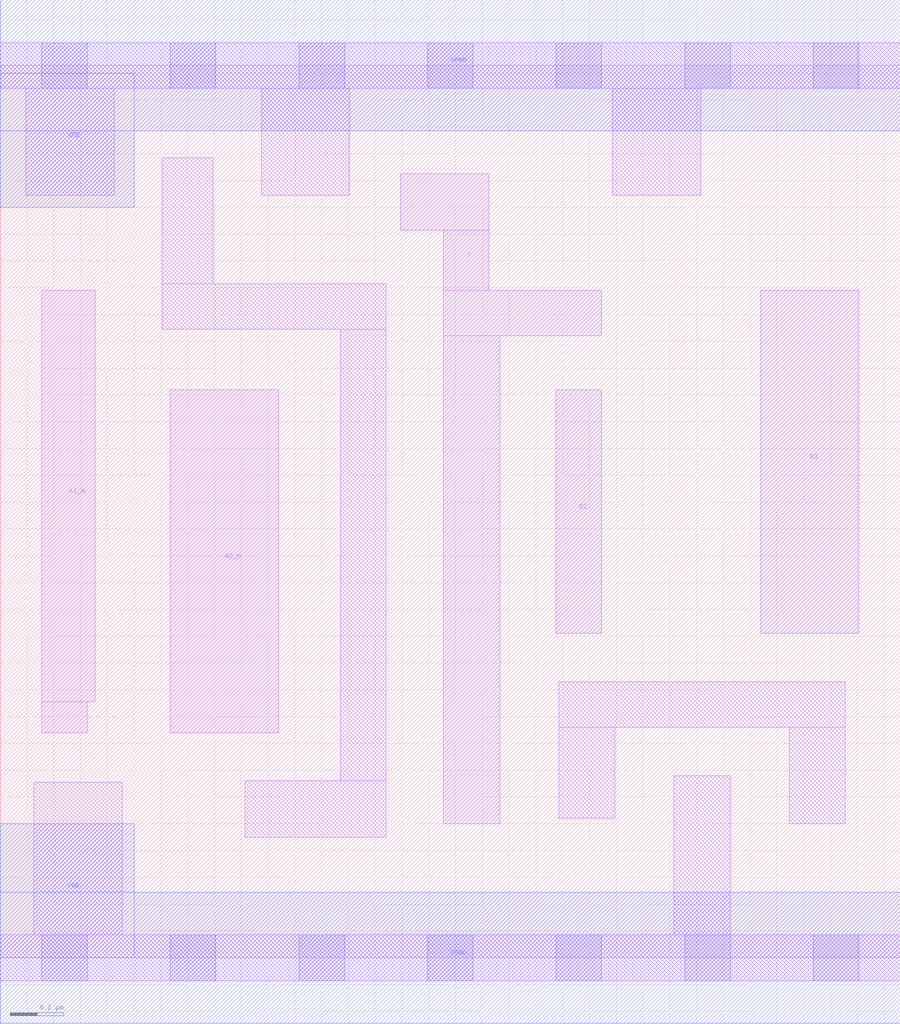
<source format=lef>
# Copyright 2020 The SkyWater PDK Authors
#
# Licensed under the Apache License, Version 2.0 (the "License");
# you may not use this file except in compliance with the License.
# You may obtain a copy of the License at
#
#     https://www.apache.org/licenses/LICENSE-2.0
#
# Unless required by applicable law or agreed to in writing, software
# distributed under the License is distributed on an "AS IS" BASIS,
# WITHOUT WARRANTIES OR CONDITIONS OF ANY KIND, either express or implied.
# See the License for the specific language governing permissions and
# limitations under the License.
#
# SPDX-License-Identifier: Apache-2.0

VERSION 5.5 ;
NAMESCASESENSITIVE ON ;
BUSBITCHARS "[]" ;
DIVIDERCHAR "/" ;
MACRO sky130_fd_sc_lp__o2bb2ai_m
  CLASS CORE ;
  SOURCE USER ;
  ORIGIN  0.000000  0.000000 ;
  SIZE  3.360000 BY  3.330000 ;
  SYMMETRY X Y R90 ;
  SITE unit ;
  PIN A1_N
    ANTENNAGATEAREA  0.126000 ;
    DIRECTION INPUT ;
    USE SIGNAL ;
    PORT
      LAYER li1 ;
        RECT 0.155000 0.840000 0.325000 0.955000 ;
        RECT 0.155000 0.955000 0.355000 2.490000 ;
    END
  END A1_N
  PIN A2_N
    ANTENNAGATEAREA  0.126000 ;
    DIRECTION INPUT ;
    USE SIGNAL ;
    PORT
      LAYER li1 ;
        RECT 0.635000 0.840000 1.040000 2.120000 ;
    END
  END A2_N
  PIN B1
    ANTENNAGATEAREA  0.126000 ;
    DIRECTION INPUT ;
    USE SIGNAL ;
    PORT
      LAYER li1 ;
        RECT 2.840000 1.210000 3.205000 2.490000 ;
    END
  END B1
  PIN B2
    ANTENNAGATEAREA  0.126000 ;
    DIRECTION INPUT ;
    USE SIGNAL ;
    PORT
      LAYER li1 ;
        RECT 2.075000 1.210000 2.245000 2.120000 ;
    END
  END B2
  PIN Y
    ANTENNADIFFAREA  0.228900 ;
    DIRECTION OUTPUT ;
    USE SIGNAL ;
    PORT
      LAYER li1 ;
        RECT 1.495000 2.715000 1.825000 2.925000 ;
        RECT 1.655000 0.500000 1.865000 2.320000 ;
        RECT 1.655000 2.320000 2.245000 2.490000 ;
        RECT 1.655000 2.490000 1.825000 2.715000 ;
    END
  END Y
  PIN VGND
    DIRECTION INOUT ;
    USE GROUND ;
    PORT
      LAYER met1 ;
        RECT 0.000000 -0.245000 3.360000 0.245000 ;
    END
  END VGND
  PIN VNB
    DIRECTION INOUT ;
    USE GROUND ;
    PORT
      LAYER met1 ;
        RECT 0.000000 0.000000 0.500000 0.500000 ;
    END
  END VNB
  PIN VPB
    DIRECTION INOUT ;
    USE POWER ;
    PORT
      LAYER met1 ;
        RECT 0.000000 2.800000 0.500000 3.300000 ;
    END
  END VPB
  PIN VPWR
    DIRECTION INOUT ;
    USE POWER ;
    PORT
      LAYER met1 ;
        RECT 0.000000 3.085000 3.360000 3.575000 ;
    END
  END VPWR
  OBS
    LAYER li1 ;
      RECT 0.000000 -0.085000 3.360000 0.085000 ;
      RECT 0.000000  3.245000 3.360000 3.415000 ;
      RECT 0.095000  2.845000 0.425000 3.245000 ;
      RECT 0.125000  0.085000 0.455000 0.655000 ;
      RECT 0.605000  2.345000 1.440000 2.515000 ;
      RECT 0.605000  2.515000 0.795000 2.985000 ;
      RECT 0.915000  0.450000 1.440000 0.660000 ;
      RECT 0.975000  2.845000 1.305000 3.245000 ;
      RECT 1.270000  0.660000 1.440000 2.345000 ;
      RECT 2.085000  0.520000 2.295000 0.860000 ;
      RECT 2.085000  0.860000 3.155000 1.030000 ;
      RECT 2.285000  2.845000 2.615000 3.245000 ;
      RECT 2.515000  0.085000 2.725000 0.680000 ;
      RECT 2.945000  0.500000 3.155000 0.860000 ;
    LAYER mcon ;
      RECT 0.155000 -0.085000 0.325000 0.085000 ;
      RECT 0.155000  3.245000 0.325000 3.415000 ;
      RECT 0.635000 -0.085000 0.805000 0.085000 ;
      RECT 0.635000  3.245000 0.805000 3.415000 ;
      RECT 1.115000 -0.085000 1.285000 0.085000 ;
      RECT 1.115000  3.245000 1.285000 3.415000 ;
      RECT 1.595000 -0.085000 1.765000 0.085000 ;
      RECT 1.595000  3.245000 1.765000 3.415000 ;
      RECT 2.075000 -0.085000 2.245000 0.085000 ;
      RECT 2.075000  3.245000 2.245000 3.415000 ;
      RECT 2.555000 -0.085000 2.725000 0.085000 ;
      RECT 2.555000  3.245000 2.725000 3.415000 ;
      RECT 3.035000 -0.085000 3.205000 0.085000 ;
      RECT 3.035000  3.245000 3.205000 3.415000 ;
  END
END sky130_fd_sc_lp__o2bb2ai_m
END LIBRARY

</source>
